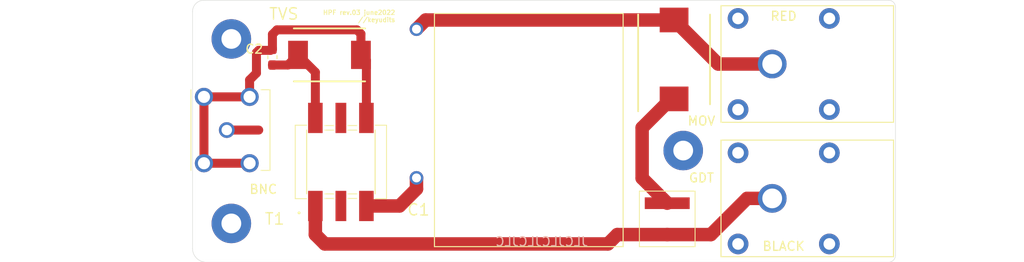
<source format=kicad_pcb>
(kicad_pcb (version 20211014) (generator pcbnew)
  (layers (0 "F.Cu" signal) (31 "B.Cu" signal) (34 "B.Paste" user) (35 "F.Paste" user) (36 "B.SilkS" user "B.Silkscreen") (37 "F.SilkS" user "F.Silkscreen") (38 "B.Mask" user) (39 "F.Mask" user) (44 "Edge.Cuts" user))
  (net 0 "")
  (net 1 "Net-(C1-Pad2)")
  (net 2 "Net-(C1-Pad1)")
  (net 3 "Net-(C2-Pad2)")
  (net 4 "Net-(C2-Pad1)")
  (net 5 "Net-(RV1-Pad1)")
  (net 6 "Net-(T1-Pad5)")
  (net 7 "Net-(T1-Pad2)")
  (net 8 "Net-(J2_BLACK1-Pad1)")
  (footprint "Capacitor_SMD:C_0603_1608Metric_Pad1.05x0.95mm_HandSolder" (layer "F.Cu") (at 105.156 80.772 -90)
    (fp_text reference "C2" (at -0.903 2.032 180) (layer "F.SilkS"))
    (fp_text value "220pF")
    (fp_line (start -0.171267 0.51) (end 0.171267 0.51) (layer "F.SilkS") (width 0.12))
    (fp_line (start -0.171267 -0.51) (end 0.171267 -0.51) (layer "F.SilkS") (width 0.12))
    (pad "1" smd roundrect locked (at -0.875 0 270) (size 1.05 0.95) (layers "F.Cu" "F.Paste" "F.Mask") (net 4 "Net-(C2-Pad1)"))
    (pad "2" smd roundrect locked (at 0.875 0 270) (size 1.05 0.95) (layers "F.Cu" "F.Paste" "F.Mask") (net 3 "Net-(C2-Pad2)"))
  )
  (footprint "ECQ-UBAF4747K_kicad:ECQ-UBAF474K-3_side" (layer "F.Cu") (at 123.19 88.9 180)
    (fp_text reference "C1" (at 1.778 -8.89 180) (layer "F.SilkS") (effects (font (size 1.27 1.27))))
    (fp_text value "ECQ-UBAF474K" hide)
    (fp_line (start 0 13) (end -21 13) (layer "F.SilkS") (width 0.12))
    (fp_line (start 0 -13) (end -21 -13) (layer "F.SilkS") (width 0.12))
    (fp_line (start -21 13) (end -21 -13) (layer "F.SilkS") (width 0.12))
    (fp_line (start 0 13) (end 0 -13) (layer "F.SilkS") (width 0.12))
    (pad "1" thru_hole circle locked (at 2 11.25 180) (size 1.524 1.524) (drill 1) (layers *.Cu *.Mask) (net 2 "Net-(C1-Pad1)"))
    (pad "2" thru_hole circle locked (at 2 -5.334 180) (size 1.524 1.524) (drill 1) (layers *.Cu *.Mask) (net 1 "Net-(C1-Pad2)"))
  )
  (footprint "SMCJ5:DIONM7959X262N" (layer "F.Cu") (at 111.506 80.518)
    (fp_text reference "TVS" (at -5.08 -4.572) (layer "F.SilkS") (effects (font (size 1.27 1.27))))
    (fp_text value "SMCJ5.0A" hide)
    (fp_line (start -3.97 2.952) (end 3.97 2.952) (layer "F.SilkS") (width 0.2))
    (fp_line (start 3.97 -2.952) (end -3.97 -2.952) (layer "F.SilkS") (width 0.2))
    (pad "1" smd rect locked (at -3.5 0) (size 2.2 3.15) (layers "F.Cu" "F.Paste" "F.Mask") (net 3 "Net-(C2-Pad2)"))
    (pad "2" smd rect locked (at 3.5 0) (size 2.2 3.15) (layers "F.Cu" "F.Paste" "F.Mask") (net 4 "Net-(C2-Pad1)"))
  )
  (footprint "BNC5-J-P-GN-RA-BH2D_kicad:BNC5JPGNRABH2D" (layer "F.Cu") (at 100.076 88.9 90)
    (fp_text reference "BNC" (at -6.604 4.064) (layer "F.SilkS"))
    (fp_text value "BNC5-J-P-GN-RA-BH2D" hide)
    (fp_line (start 4.5 4.81) (end 4.5 3.81) (layer "F.SilkS") (width 0.1))
    (fp_line (start -4.5 3.81) (end -4.5 4.81) (layer "F.SilkS") (width 0.1))
    (fp_line (start -4.5 -3.99) (end 4.5 -3.99) (layer "F.SilkS") (width 0.1))
    (fp_line (start -4.5 4.81) (end 4.5 4.81) (layer "F.SilkS") (width 0.1))
    (pad "1" thru_hole circle locked (at 0 0 90) (size 1.755 1.755) (drill 1.17) (layers *.Cu *.Mask) (net 3 "Net-(C2-Pad2)"))
    (pad "2" thru_hole circle locked (at -3.7 -2.54 90) (size 2.025 2.025) (drill 1.35) (layers *.Cu *.Mask) (net 4 "Net-(C2-Pad1)"))
    (pad "3" thru_hole circle locked (at -3.7 2.54 90) (size 2.025 2.025) (drill 1.35) (layers *.Cu *.Mask) (net 4 "Net-(C2-Pad1)"))
    (pad "4" thru_hole circle locked (at 3.7 2.54 90) (size 2.025 2.025) (drill 1.35) (layers *.Cu *.Mask) (net 4 "Net-(C2-Pad1)"))
    (pad "5" thru_hole circle locked (at 3.7 -2.54 90) (size 2.025 2.025) (drill 1.35) (layers *.Cu *.Mask) (net 4 "Net-(C2-Pad1)"))
  )
  (footprint "Banana_Jack_Safety_Right_Angle_73099:Banana_Jack_S_RA_73099" (layer "F.Cu") (at 160.782 96.52)
    (fp_text reference "BLACK" (at 1.27 5.334) (layer "F.SilkS"))
    (fp_text value "Conn_01x01")
    (fp_line (start -5.7 -6.5) (end -5.7 6.5) (layer "F.SilkS") (width 0.12))
    (fp_line (start 13.5 -6.5) (end 13.5 6.5) (layer "F.SilkS") (width 0.12))
    (fp_line (start 13.5 -6.5) (end -5.7 -6.5) (layer "F.SilkS") (width 0.12))
    (fp_line (start -5.7 6.5) (end 13.5 6.5) (layer "F.SilkS") (width 0.12))
    (pad "1" thru_hole circle locked (at 0 0) (size 3.2 3.2) (drill 2.2) (layers *.Cu *.Mask) (net 8 "Net-(J2_BLACK1-Pad1)"))
    (pad "2" thru_hole circle locked (at -3.8 5.08) (size 2.3 2.3) (drill 1.3) (layers *.Cu *.Mask))
    (pad "2" thru_hole circle locked (at 6.36 5.08) (size 2.3 2.3) (drill 1.3) (layers *.Cu *.Mask))
    (pad "2" thru_hole circle locked (at 6.36 -5.08) (size 2.3 2.3) (drill 1.3) (layers *.Cu *.Mask))
    (pad "2" thru_hole circle locked (at -3.8 -5.08) (size 2.3 2.3) (drill 1.3) (layers *.Cu *.Mask))
  )
  (footprint "Banana_Jack_Safety_Right_Angle_73099:Banana_Jack_S_RA_73099" (layer "F.Cu") (at 160.782 81.534)
    (fp_text reference "RED" (at 1.27 -5.334) (layer "F.SilkS"))
    (fp_text value "Conn_01x01")
    (fp_line (start 13.5 -6.5) (end -5.7 -6.5) (layer "F.SilkS") (width 0.12))
    (fp_line (start -5.7 6.5) (end 13.5 6.5) (layer "F.SilkS") (width 0.12))
    (fp_line (start -5.7 -6.5) (end -5.7 6.5) (layer "F.SilkS") (width 0.12))
    (fp_line (start 13.5 -6.5) (end 13.5 6.5) (layer "F.SilkS") (width 0.12))
    (pad "1" thru_hole circle locked (at 0 0) (size 3.2 3.2) (drill 2.2) (layers *.Cu *.Mask) (net 2 "Net-(C1-Pad1)"))
    (pad "2" thru_hole circle locked (at 6.36 -5.08) (size 2.3 2.3) (drill 1.3) (layers *.Cu *.Mask))
    (pad "2" thru_hole circle locked (at -3.8 5.08) (size 2.3 2.3) (drill 1.3) (layers *.Cu *.Mask))
    (pad "2" thru_hole circle locked (at 6.36 5.08) (size 2.3 2.3) (drill 1.3) (layers *.Cu *.Mask))
    (pad "2" thru_hole circle locked (at -3.8 -5.08) (size 2.3 2.3) (drill 1.3) (layers *.Cu *.Mask))
  )
  (footprint "VP4032K122R300_kicad:CAPPM10080X500N" (layer "F.Cu") (at 149.86 81.026 90)
    (fp_text reference "MOV" (at -6.858 3.048 180) (layer "F.SilkS"))
    (fp_text value "VP4032K122R300" hide)
    (fp_line (start -5 4) (end 5 4) (layer "F.SilkS") (width 0.2))
    (fp_line (start 5 -4) (end -5.775 -4) (layer "F.SilkS") (width 0.2))
    (pad "1" smd rect locked (at -4.4 0 90) (size 2.75 3.2) (layers "F.Cu" "F.Paste" "F.Mask") (net 5 "Net-(RV1-Pad1)"))
    (pad "2" smd rect locked (at 4.4 0 90) (size 2.75 3.2) (layers "F.Cu" "F.Paste" "F.Mask") (net 2 "Net-(C1-Pad1)"))
  )
  (footprint "SL1002A600SP_kicad:SL1002A600SP" (layer "F.Cu") (at 149.098 98.806 -90)
    (fp_text reference "GDT" (at -4.572 -3.81) (layer "F.SilkS"))
    (fp_text value "SL1002A600SP" hide)
    (fp_line (start -3.1 -3.1) (end 3.1 -3.1) (layer "F.SilkS") (width 0.1))
    (fp_line (start -3.1 3.1) (end -3.1 -3.1) (layer "F.SilkS") (width 0.1))
    (fp_line (start 3.1 3.1) (end -3.1 3.1) (layer "F.SilkS") (width 0.1))
    (fp_line (start 3.1 -3.1) (end 3.1 3.1) (layer "F.SilkS") (width 0.1))
    (pad "1" smd rect locked (at -1.75 0 270) (size 1.3 5) (layers "F.Cu" "F.Paste" "F.Mask") (net 5 "Net-(RV1-Pad1)"))
    (pad "2" smd rect locked (at 1.75 0 270) (size 1.3 5) (layers "F.Cu" "F.Paste" "F.Mask") (net 8 "Net-(J2_BLACK1-Pad1)"))
  )
  (footprint "GT07-110-013-Modifed:GT07110013" (layer "F.Cu") (at 112.776 92.456)
    (fp_text reference "T1" (at -7.366 6.35 180) (layer "F.SilkS") (effects (font (size 1.27 1.27))))
    (fp_text value "GT07-110-013" hide)
    (fp_line (start 3.81 -3.556) (end 3.81 3.556) (layer "F.SilkS") (width 0.12))
    (fp_line (start 1.778 -4.058) (end 0.762 -4.058) (layer "F.SilkS") (width 0.1))
    (fp_line (start 3.81 -4.1) (end 5.08 -4.1) (layer "F.SilkS") (width 0.1))
    (fp_line (start 1.778 -3.55) (end 0.762 -3.55) (layer "F.SilkS") (width 0.1))
    (fp_line (start 1.778 4.07) (end 0.762 4.07) (layer "F.SilkS") (width 0.1))
    (fp_line (start -5.08 4.1) (end -5.08 -4.1) (layer "F.SilkS") (width 0.1))
    (fp_line (start -4.698 5.676) (end -4.698 5.676) (layer "F.SilkS") (width 0.2))
    (fp_line (start -3.81 -3.556) (end -3.81 3.556) (layer "F.SilkS") (width 0.12))
    (fp_line (start -0.762 -4.058) (end -1.778 -4.058) (layer "F.SilkS") (width 0.1))
    (fp_line (start 5.08 -4.1) (end 5.08 4.1) (layer "F.SilkS") (width 0.1))
    (fp_line (start -4.698 5.676) (end -4.698 5.676) (layer "F.SilkS") (width 0.2))
    (fp_line (start 5.08 4.1) (end 3.81 4.1) (layer "F.SilkS") (width 0.1))
    (fp_line (start -4.598 5.676) (end -4.598 5.676) (layer "F.SilkS") (width 0.2))
    (fp_line (start -0.762 -3.55) (end -1.778 -3.55) (layer "F.SilkS") (width 0.1))
    (fp_line (start -0.762 3.562) (end -1.778 3.562) (layer "F.SilkS") (width 0.1))
    (fp_line (start -5.08 -4.1) (end -3.81 -4.1) (layer "F.SilkS") (width 0.1))
    (fp_line (start -0.762 4.07) (end -1.778 4.07) (layer "F.SilkS") (width 0.1))
    (fp_line (start 1.778 3.562) (end 0.762 3.562) (layer "F.SilkS") (width 0.1))
    (fp_line (start -3.81 4.1) (end -5.08 4.1) (layer "F.SilkS") (width 0.1))
    (fp_arc (start -4.598 5.676) (mid -4.648 5.726) (end -4.698 5.676) (layer "F.SilkS") (width 0.2))
    (fp_arc (start -4.598 5.676) (mid -4.648 5.726) (end -4.698 5.676) (layer "F.SilkS") (width 0.2))
    (fp_arc (start -4.698 5.676) (mid -4.648 5.626) (end -4.598 5.676) (layer "F.SilkS") (width 0.2))
    (pad "1" smd rect locked (at 2.84 -4.91) (size 1.62 3.375) (layers "F.Cu" "F.Paste" "F.Mask") (net 4 "Net-(C2-Pad1)"))
    (pad "2" smd rect locked (at 0 -4.91) (size 1.2 3.375) (layers "F.Cu" "F.Paste" "F.Mask") (net 7 "Net-(T1-Pad2)"))
    (pad "3" smd rect locked (at -2.84 -4.91) (size 1.62 3.375) (layers "F.Cu" "F.Paste" "F.Mask") (net 3 "Net-(C2-Pad2)"))
    (pad "4" smd rect locked (at -2.84 4.91) (size 1.62 3.375) (layers "F.Cu" "F.Paste" "F.Mask") (net 8 "Net-(J2_BLACK1-Pad1)"))
    (pad "5" smd rect locked (at 0 4.91) (size 1.2 3.375) (layers "F.Cu" "F.Paste" "F.Mask") (net 6 "Net-(T1-Pad5)"))
    (pad "6" smd rect locked (at 2.84 4.91) (size 1.62 3.375) (layers "F.Cu" "F.Paste" "F.Mask") (net 1 "Net-(C1-Pad2)"))
  )
  (footprint "MountingHole:MountingHole_2.2mm_M2_Pad" (layer "F.Cu") (at 150.876 91.186)
    (fp_text reference "REF**" hide)
    (fp_text value "MountingHole_2.2mm_M2_Pad")
    (pad "1" thru_hole circle locked (at 0 0) (size 4.4 4.4) (drill 2.2) (layers *.Cu *.Mask))
  )
  (footprint "MountingHole:MountingHole_2.2mm_M2_Pad" (layer "F.Cu") (at 100.584 99.314)
    (fp_text reference "REF**" hide)
    (fp_text value "MountingHole_2.2mm_M2_Pad")
    (pad "1" thru_hole circle locked (at 0 0) (size 4.4 4.4) (drill 2.2) (layers *.Cu *.Mask))
  )
  (footprint "MountingHole:MountingHole_2.2mm_M2_Pad" (layer "F.Cu") (at 100.584 78.74)
    (fp_text reference "REF**" hide)
    (fp_text value "MountingHole_2.2mm_M2_Pad")
    (pad "1" thru_hole circle locked (at 0 0) (size 4.4 4.4) (drill 2.2) (layers *.Cu *.Mask))
  )
  (gr_line (start 97.536 74.422) (end 173.736 74.422) (layer "Edge.Cuts") (width 0.05))
  (gr_line (start 174.498 75.184) (end 174.498 102.87) (layer "Edge.Cuts") (width 0.05))
  (gr_arc (start 96.266 75.692) (mid 96.637974 74.793974) (end 97.536 74.422) (layer "Edge.Cuts") (width 0.05))
  (gr_line (start 173.736 103.632) (end 97.79 103.632) (layer "Edge.Cuts") (width 0.05))
  (gr_arc (start 174.498 102.87) (mid 174.274815 103.408815) (end 173.736 103.632) (layer "Edge.Cuts") (width 0.05))
  (gr_arc (start 97.79 103.632) (mid 96.712369 103.185631) (end 96.266 102.108) (layer "Edge.Cuts") (width 0.05))
  (gr_arc (start 173.736 74.422) (mid 174.274815 74.645185) (end 174.498 75.184) (layer "Edge.Cuts") (width 0.05))
  (gr_line (start 96.266 75.692) (end 96.266 102.108) (layer "Edge.Cuts") (width 0.05))
  (gr_text "JLCJLCJLCJLC" (at 135.128 101.346) (layer "B.SilkS") (effects (font (size 1 1)) (justify mirror)))
  (gr_text "HPF rev.03 june2022\n//keyudits" (at 118.872 76.2) (layer "F.SilkS") (effects (font (size 0.5 0.5) (thickness 0.1)) (justify right)))
  (segment (start 121.19 94.234) (end 121.19 95.472) (width 1.5) (layer "F.Cu") (net 1))
  (segment (start 121.19 95.472) (end 119.296 97.366) (width 1.5) (layer "F.Cu") (net 1))
  (segment (start 119.296 97.366) (end 115.616 97.366) (width 1.5) (layer "F.Cu") (net 1))
  (segment (start 149.86 76.626) (end 122.214 76.626) (width 1.5) (layer "F.Cu") (net 2))
  (segment (start 154.768 81.534) (end 149.86 76.626) (width 1.5) (layer "F.Cu") (net 2))
  (segment (start 122.214 76.626) (end 121.19 77.65) (width 1.5) (layer "F.Cu") (net 2))
  (segment (start 160.782 81.534) (end 154.768 81.534) (width 1.5) (layer "F.Cu") (net 2))
  (segment (start 109.936 82.448) (end 108.006 80.518) (width 1) (layer "F.Cu") (net 3))
  (segment (start 109.936 87.546) (end 109.936 82.448) (width 1) (layer "F.Cu") (net 3))
  (segment (start 105.156 81.647) (end 106.877 81.647) (width 1) (layer "F.Cu") (net 3))
  (segment (start 106.877 81.647) (end 108.006 80.518) (width 1) (layer "F.Cu") (net 3))
  (segment (start 103.632 88.9) (end 100.076 88.9) (width 1) (layer "F.Cu") (net 3))
  (segment (start 105.156 79.897) (end 105.055854 79.897) (width 1) (layer "F.Cu") (net 4))
  (segment (start 115.006 78.176) (end 115.006 80.518) (width 1) (layer "F.Cu") (net 4))
  (segment (start 105.664 77.724) (end 114.554 77.724) (width 1) (layer "F.Cu") (net 4))
  (segment (start 97.536 92.6) (end 97.536 85.2) (width 1) (layer "F.Cu") (net 4))
  (segment (start 102.616 85.2) (end 97.536 85.2) (width 1) (layer "F.Cu") (net 4))
  (segment (start 114.554 77.724) (end 115.006 78.176) (width 1) (layer "F.Cu") (net 4))
  (segment (start 105.156 78.232) (end 105.664 77.724) (width 1) (layer "F.Cu") (net 4))
  (segment (start 103.632 80.01) (end 103.378 80.264) (width 1) (layer "F.Cu") (net 4))
  (segment (start 105.156 79.897) (end 105.156 78.232) (width 1) (layer "F.Cu") (net 4))
  (segment (start 115.616 81.128) (end 115.006 80.518) (width 1) (layer "F.Cu") (net 4))
  (segment (start 103.378 80.264) (end 103.378 82.55) (width 1) (layer "F.Cu") (net 4))
  (segment (start 115.616 87.546) (end 115.616 81.128) (width 1) (layer "F.Cu") (net 4))
  (segment (start 104.942854 80.01) (end 103.632 80.01) (width 1) (layer "F.Cu") (net 4))
  (segment (start 105.055854 79.897) (end 104.942854 80.01) (width 1) (layer "F.Cu") (net 4))
  (segment (start 103.378 82.55) (end 102.616 83.312) (width 1) (layer "F.Cu") (net 4))
  (segment (start 97.536 92.6) (end 102.616 92.6) (width 1) (layer "F.Cu") (net 4))
  (segment (start 102.616 83.312) (end 102.616 85.2) (width 1) (layer "F.Cu") (net 4))
  (segment (start 146.304 94.262) (end 149.098 97.056) (width 1.5) (layer "F.Cu") (net 5))
  (segment (start 146.304 88.646) (end 146.304 94.262) (width 1.5) (layer "F.Cu") (net 5))
  (segment (start 149.524 85.426) (end 146.304 88.646) (width 1.5) (layer "F.Cu") (net 5))
  (segment (start 149.86 85.426) (end 149.524 85.426) (width 1.5) (layer "F.Cu") (net 5))
  (segment (start 157.988 96.52) (end 160.782 96.52) (width 1.5) (layer "F.Cu") (net 8))
  (segment (start 149.098 100.556) (end 143.538 100.556) (width 1.5) (layer "F.Cu") (net 8))
  (segment (start 143.538 100.556) (end 142.494 101.6) (width 1.5) (layer "F.Cu") (net 8))
  (segment (start 109.936 100.5535) (end 109.936 97.366) (width 1.5) (layer "F.Cu") (net 8))
  (segment (start 110.9825 101.6) (end 109.936 100.5535) (width 1.5) (layer "F.Cu") (net 8))
  (segment (start 149.098 100.556) (end 153.952 100.556) (width 1.5) (layer "F.Cu") (net 8))
  (segment (start 153.952 100.556) (end 157.988 96.52) (width 1.5) (layer "F.Cu") (net 8))
  (segment (start 142.494 101.6) (end 110.9825 101.6) (width 1.5) (layer "F.Cu") (net 8))
)
</source>
